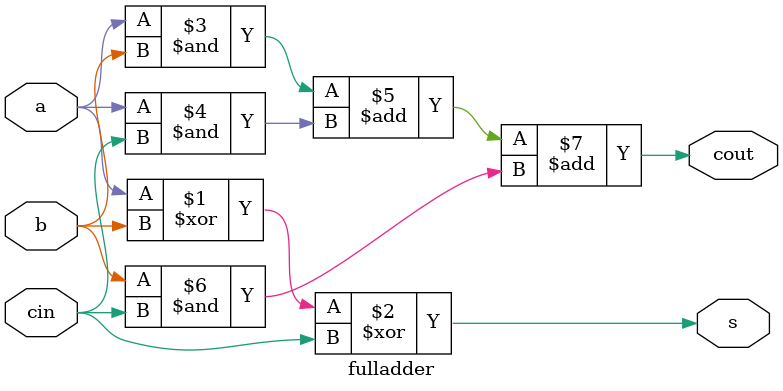
<source format=v>
module part3 (SW, KEY, LEDR, HEX0, HEX1, HEX2, HEX3, HEX4, HEX5);

	input [9:0] SW; // A from 4-7 and B from 0-3
	input [2:0] KEY; //push buttons
	output [7:0] LEDR; //displays output
	output [6:0] HEX0, HEX1, HEX2, HEX3, HEX4, HEX5;

	//case 0	
	wire c1, c2, c3, s[7:0];
	fulladder U0 (SW[4], SW[0], 0, c1, s[0]);
	fulladder U1 (SW[5], SW[1], c1, c2, s[1]);
	fulladder U2 (SW[6], SW[2], c2, c3, s[2]);
	fulladder U3 (SW[7], SW[3], c3, s[4], s[3]);
	
	//case 1
	wire A, B;
	assign A= {SW[7],SW[6],SW[5],SW[4]};
	assign B= {SW[3],SW[2],SW[1],SW[0]};
	
	reg [7:0] ALUout;
	always @(*)
	begin
		case (KEY[2:0])
			3'b111: ALUout[7:0] = {3'b000, s[4], s[3], s[2], s[1], s[0]}; //from full adder
			3'b110: ALUout[7:0] = {SW[7],SW[6],SW[5],SW[4]}+{SW[3],SW[2],SW[1],SW[0]};
			3'b101: ALUout[7:0] = {SW[3], SW[3],SW[3],SW[3],SW[3], SW[2], SW[1], SW[0]};
			3'b100: ALUout[7:0] = {4'b0000,|{{SW[7],SW[6],SW[5],SW[4]}, {SW[3],SW[2],SW[1],SW[0]}}};
			3'b011: ALUout[7:0] = {4'b0000, &{{SW[7],SW[6],SW[5],SW[4]}, {SW[3],SW[2],SW[1],SW[0]}}};
			3'b010: ALUout[7:0] = {{SW[7],SW[6],SW[5],SW[4]}, {SW[3],SW[2],SW[1],SW[0]}};
			default: ALUout[7:0] = 8'b00000000; //default is 0
		endcase
	end
	
	//HEX: display hex A and B, HEX1 and 3 to 0
	decoder hexa (.D(SW[4]), .C(SW[5]), .B(SW[6]), .A(SW[7]), .a(HEX2[0]), .b(HEX2[1]), .c(HEX2[2]), .d(HEX2[3]), .e(HEX2[4]), .f(HEX2[5]), .g(HEX2[6]));
	decoder hexb (.D(SW[0]), .C(SW[1]), .B(SW[2]), .A(SW[3]), .a(HEX0[0]), .b(HEX0[1]), .c(HEX0[2]), .d(HEX0[3]), .e(HEX0[4]), .f(HEX0[5]), .g(HEX0[6]));
	decoder blank (.D(0), .C(0), .B(0), .A(0), .a(HEX1[0]), .b(HEX1[1]), .c(HEX1[2]), .d(HEX1[3]), .e(HEX1[4]), .f(HEX1[5]), .g(HEX1[6]));
	decoder space (.D(0), .C(0), .B(0), .A(0), .a(HEX3[0]), .b(HEX3[1]), .c(HEX3[2]), .d(HEX3[3]), .e(HEX3[4]), .f(HEX3[5]), .g(HEX3[6]));
	
	//ALU displays
	assign LEDR[7:0] = ALUout[7:0];
	decoder alubeg (.D(ALUout[4]), .C(ALUout[5]), .B(ALUout[6]), .A(ALUout[7]), .a(HEX5[0]), .b(HEX5[1]), .c(HEX5[2]), .d(HEX5[3]), .e(HEX5[4]), .f(HEX5[5]), .g(HEX5[6]));
	decoder aluend (.D(ALUout[0]), .C(ALUout[1]), .B(ALUout[2]), .A(ALUout[3]), .a(HEX4[0]), .b(HEX4[1]), .c(HEX4[2]), .d(HEX4[3]), .e(HEX4[4]), .f(HEX4[5]), .g(HEX4[6]));

endmodule

module decoder ( input A, B, C, D, output a, b, c, d, e, f, g);
	assign a = ((~A)&(~B)&(~C)&D) | ((~A)&B&(~C)&(~D)) | (A&(~B)&C&D) | (A&B&(~C)&D);
	assign b = (B&C&(~D)) | (A&C&D) | (A&B&(~D)) | ((~A)&B&(~C)&D);
	assign c = (A&B&(~D)) | (A&B&C) | ((~A)&(~B)&C&(~D));
	assign d = (B&C&D) | ((~A)&(~B)&(~C)&D) | ((~A)&B&(~C)&(~D)) | (A&(~B)&C&(~D));
	assign e = ((~A)&D) | ((~B)&(~C)&D) | ((~A)&B&(~C));//((~A)&(~C)&(~D)) | ((~A)&C&D) | ((~A)&B&(~C)) | (A&(~B)&(~C)&D);
	assign f = ((~A)&(~B)&D) | ((~A)&C&D) | ((~A)&(~B)&C) | (A&B&(~C)&D);
	assign g = ((~A)&(~B)&(~C)) | ((~A)&B&C&D) | (A&B&(~C)&(~D));
endmodule

module fulladder (a, b, cin, cout, s);
	input a, b, cin;
	output s, cout;
	assign s = a^b^cin;
	assign cout = (a&b) + (a & cin) + (b & cin);
endmodule

</source>
